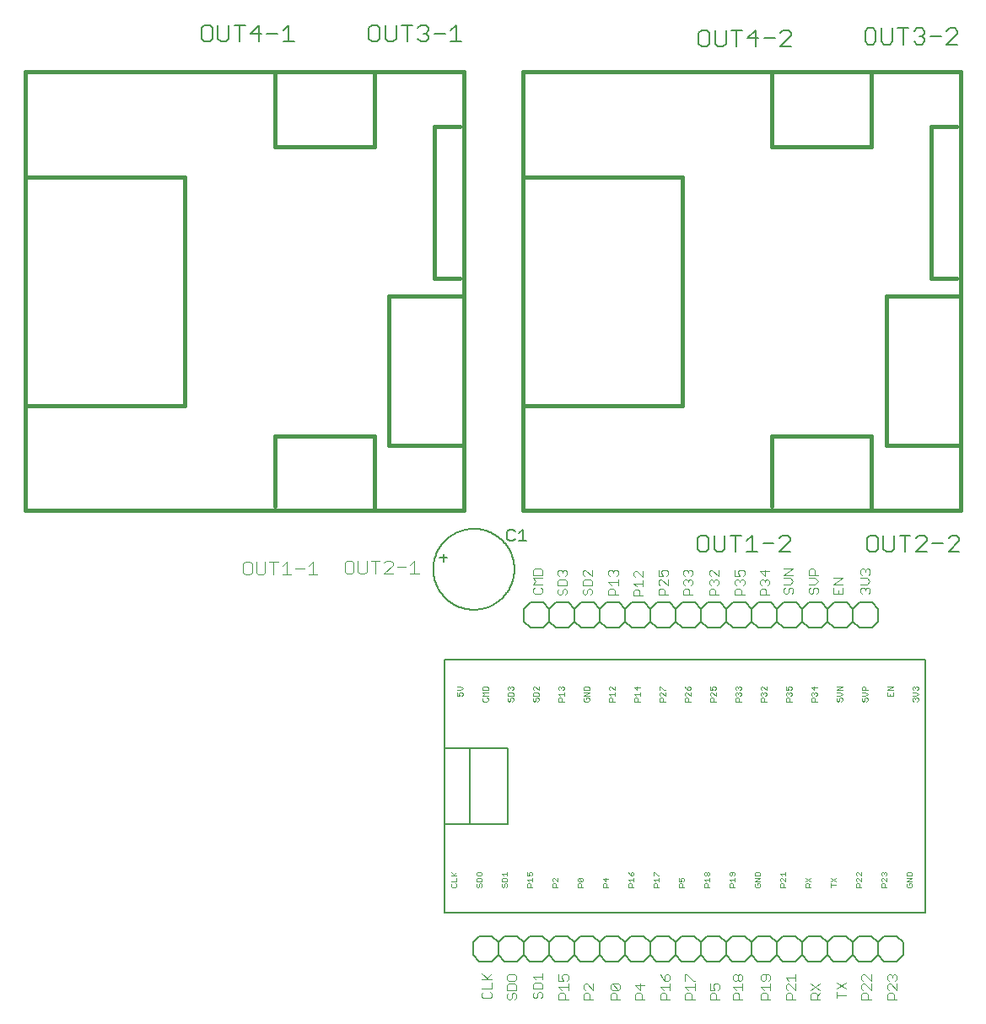
<source format=gbr>
G04 EAGLE Gerber RS-274X export*
G75*
%MOMM*%
%FSLAX34Y34*%
%LPD*%
%INSilkscreen Top*%
%IPPOS*%
%AMOC8*
5,1,8,0,0,1.08239X$1,22.5*%
G01*
%ADD10C,0.152400*%
%ADD11C,0.101600*%
%ADD12C,0.076200*%
%ADD13C,0.150000*%
%ADD14C,0.050800*%
%ADD15C,0.127000*%
%ADD16C,0.406400*%


D10*
X196897Y987032D02*
X191474Y987032D01*
X188762Y984320D01*
X188762Y973474D01*
X191474Y970762D01*
X196897Y970762D01*
X199609Y973474D01*
X199609Y984320D01*
X196897Y987032D01*
X205134Y987032D02*
X205134Y973474D01*
X207845Y970762D01*
X213269Y970762D01*
X215980Y973474D01*
X215980Y987032D01*
X226928Y987032D02*
X226928Y970762D01*
X221505Y987032D02*
X232352Y987032D01*
X246012Y987032D02*
X246012Y970762D01*
X237877Y978897D02*
X246012Y987032D01*
X248723Y978897D02*
X237877Y978897D01*
X254248Y978897D02*
X265095Y978897D01*
X270620Y981609D02*
X276043Y987032D01*
X276043Y970762D01*
X270620Y970762D02*
X281466Y970762D01*
X359474Y987032D02*
X364897Y987032D01*
X359474Y987032D02*
X356762Y984320D01*
X356762Y973474D01*
X359474Y970762D01*
X364897Y970762D01*
X367609Y973474D01*
X367609Y984320D01*
X364897Y987032D01*
X373134Y987032D02*
X373134Y973474D01*
X375845Y970762D01*
X381269Y970762D01*
X383980Y973474D01*
X383980Y987032D01*
X394928Y987032D02*
X394928Y970762D01*
X389505Y987032D02*
X400352Y987032D01*
X405877Y984320D02*
X408588Y987032D01*
X414012Y987032D01*
X416723Y984320D01*
X416723Y981609D01*
X414012Y978897D01*
X411300Y978897D01*
X414012Y978897D02*
X416723Y976185D01*
X416723Y973474D01*
X414012Y970762D01*
X408588Y970762D01*
X405877Y973474D01*
X422248Y978897D02*
X433095Y978897D01*
X438620Y981609D02*
X444043Y987032D01*
X444043Y970762D01*
X438620Y970762D02*
X449466Y970762D01*
X690474Y982032D02*
X695897Y982032D01*
X690474Y982032D02*
X687762Y979320D01*
X687762Y968474D01*
X690474Y965762D01*
X695897Y965762D01*
X698609Y968474D01*
X698609Y979320D01*
X695897Y982032D01*
X704134Y982032D02*
X704134Y968474D01*
X706845Y965762D01*
X712269Y965762D01*
X714980Y968474D01*
X714980Y982032D01*
X725928Y982032D02*
X725928Y965762D01*
X720505Y982032D02*
X731352Y982032D01*
X745012Y982032D02*
X745012Y965762D01*
X736877Y973897D02*
X745012Y982032D01*
X747723Y973897D02*
X736877Y973897D01*
X753248Y973897D02*
X764095Y973897D01*
X769620Y965762D02*
X780466Y965762D01*
X769620Y965762D02*
X780466Y976609D01*
X780466Y979320D01*
X777755Y982032D01*
X772331Y982032D01*
X769620Y979320D01*
X857474Y984032D02*
X862897Y984032D01*
X857474Y984032D02*
X854762Y981320D01*
X854762Y970474D01*
X857474Y967762D01*
X862897Y967762D01*
X865609Y970474D01*
X865609Y981320D01*
X862897Y984032D01*
X871134Y984032D02*
X871134Y970474D01*
X873845Y967762D01*
X879269Y967762D01*
X881980Y970474D01*
X881980Y984032D01*
X892928Y984032D02*
X892928Y967762D01*
X887505Y984032D02*
X898352Y984032D01*
X903877Y981320D02*
X906588Y984032D01*
X912012Y984032D01*
X914723Y981320D01*
X914723Y978609D01*
X912012Y975897D01*
X909300Y975897D01*
X912012Y975897D02*
X914723Y973185D01*
X914723Y970474D01*
X912012Y967762D01*
X906588Y967762D01*
X903877Y970474D01*
X920248Y975897D02*
X931095Y975897D01*
X936620Y967762D02*
X947466Y967762D01*
X936620Y967762D02*
X947466Y978609D01*
X947466Y981320D01*
X944755Y984032D01*
X939331Y984032D01*
X936620Y981320D01*
X694897Y475032D02*
X689474Y475032D01*
X686762Y472320D01*
X686762Y461474D01*
X689474Y458762D01*
X694897Y458762D01*
X697609Y461474D01*
X697609Y472320D01*
X694897Y475032D01*
X703134Y475032D02*
X703134Y461474D01*
X705845Y458762D01*
X711269Y458762D01*
X713980Y461474D01*
X713980Y475032D01*
X724928Y475032D02*
X724928Y458762D01*
X719505Y475032D02*
X730352Y475032D01*
X735877Y469609D02*
X741300Y475032D01*
X741300Y458762D01*
X735877Y458762D02*
X746723Y458762D01*
X752248Y466897D02*
X763095Y466897D01*
X768620Y458762D02*
X779466Y458762D01*
X768620Y458762D02*
X779466Y469609D01*
X779466Y472320D01*
X776755Y475032D01*
X771331Y475032D01*
X768620Y472320D01*
X859474Y475032D02*
X864897Y475032D01*
X859474Y475032D02*
X856762Y472320D01*
X856762Y461474D01*
X859474Y458762D01*
X864897Y458762D01*
X867609Y461474D01*
X867609Y472320D01*
X864897Y475032D01*
X873134Y475032D02*
X873134Y461474D01*
X875845Y458762D01*
X881269Y458762D01*
X883980Y461474D01*
X883980Y475032D01*
X894928Y475032D02*
X894928Y458762D01*
X889505Y475032D02*
X900352Y475032D01*
X905877Y458762D02*
X916723Y458762D01*
X905877Y458762D02*
X916723Y469609D01*
X916723Y472320D01*
X914012Y475032D01*
X908588Y475032D01*
X905877Y472320D01*
X922248Y466897D02*
X933095Y466897D01*
X938620Y458762D02*
X949466Y458762D01*
X938620Y458762D02*
X949466Y469609D01*
X949466Y472320D01*
X946755Y475032D01*
X941331Y475032D01*
X938620Y472320D01*
D11*
X339118Y449727D02*
X334711Y449727D01*
X332508Y447524D01*
X332508Y438711D01*
X334711Y436508D01*
X339118Y436508D01*
X341321Y438711D01*
X341321Y447524D01*
X339118Y449727D01*
X345605Y449727D02*
X345605Y438711D01*
X347808Y436508D01*
X352215Y436508D01*
X354418Y438711D01*
X354418Y449727D01*
X363109Y449727D02*
X363109Y436508D01*
X358703Y449727D02*
X367515Y449727D01*
X371800Y436508D02*
X380613Y436508D01*
X371800Y436508D02*
X380613Y445321D01*
X380613Y447524D01*
X378409Y449727D01*
X374003Y449727D01*
X371800Y447524D01*
X384897Y443118D02*
X393710Y443118D01*
X397994Y445321D02*
X402401Y449727D01*
X402401Y436508D01*
X406807Y436508D02*
X397994Y436508D01*
X237118Y448727D02*
X232711Y448727D01*
X230508Y446524D01*
X230508Y437711D01*
X232711Y435508D01*
X237118Y435508D01*
X239321Y437711D01*
X239321Y446524D01*
X237118Y448727D01*
X243605Y448727D02*
X243605Y437711D01*
X245808Y435508D01*
X250215Y435508D01*
X252418Y437711D01*
X252418Y448727D01*
X261109Y448727D02*
X261109Y435508D01*
X256703Y448727D02*
X265515Y448727D01*
X269800Y444321D02*
X274206Y448727D01*
X274206Y435508D01*
X269800Y435508D02*
X278613Y435508D01*
X282897Y442118D02*
X291710Y442118D01*
X295994Y444321D02*
X300401Y448727D01*
X300401Y435508D01*
X304807Y435508D02*
X295994Y435508D01*
D12*
X521213Y421084D02*
X522781Y422652D01*
X521213Y421084D02*
X521213Y417949D01*
X522781Y416381D01*
X529051Y416381D01*
X530619Y417949D01*
X530619Y421084D01*
X529051Y422652D01*
X530619Y425736D02*
X521213Y425736D01*
X524348Y428872D01*
X521213Y432007D01*
X530619Y432007D01*
X530619Y435091D02*
X521213Y435091D01*
X530619Y435091D02*
X530619Y439794D01*
X529051Y441362D01*
X522781Y441362D01*
X521213Y439794D01*
X521213Y435091D01*
X546213Y420084D02*
X547781Y421652D01*
X546213Y420084D02*
X546213Y416949D01*
X547781Y415381D01*
X549348Y415381D01*
X550916Y416949D01*
X550916Y420084D01*
X552484Y421652D01*
X554051Y421652D01*
X555619Y420084D01*
X555619Y416949D01*
X554051Y415381D01*
X555619Y424736D02*
X546213Y424736D01*
X555619Y424736D02*
X555619Y429439D01*
X554051Y431007D01*
X547781Y431007D01*
X546213Y429439D01*
X546213Y424736D01*
X547781Y434091D02*
X546213Y435659D01*
X546213Y438794D01*
X547781Y440362D01*
X549348Y440362D01*
X550916Y438794D01*
X550916Y437227D01*
X550916Y438794D02*
X552484Y440362D01*
X554051Y440362D01*
X555619Y438794D01*
X555619Y435659D01*
X554051Y434091D01*
X571213Y420084D02*
X572781Y421652D01*
X571213Y420084D02*
X571213Y416949D01*
X572781Y415381D01*
X574348Y415381D01*
X575916Y416949D01*
X575916Y420084D01*
X577484Y421652D01*
X579051Y421652D01*
X580619Y420084D01*
X580619Y416949D01*
X579051Y415381D01*
X580619Y424736D02*
X571213Y424736D01*
X580619Y424736D02*
X580619Y429439D01*
X579051Y431007D01*
X572781Y431007D01*
X571213Y429439D01*
X571213Y424736D01*
X580619Y434091D02*
X580619Y440362D01*
X580619Y434091D02*
X574348Y440362D01*
X572781Y440362D01*
X571213Y438794D01*
X571213Y435659D01*
X572781Y434091D01*
X597213Y415381D02*
X606619Y415381D01*
X597213Y415381D02*
X597213Y420084D01*
X598781Y421652D01*
X601916Y421652D01*
X603484Y420084D01*
X603484Y415381D01*
X600348Y424736D02*
X597213Y427872D01*
X606619Y427872D01*
X606619Y431007D02*
X606619Y424736D01*
X598781Y434091D02*
X597213Y435659D01*
X597213Y438794D01*
X598781Y440362D01*
X600348Y440362D01*
X601916Y438794D01*
X601916Y437227D01*
X601916Y438794D02*
X603484Y440362D01*
X605051Y440362D01*
X606619Y438794D01*
X606619Y435659D01*
X605051Y434091D01*
X622213Y414381D02*
X631619Y414381D01*
X622213Y414381D02*
X622213Y419084D01*
X623781Y420652D01*
X626916Y420652D01*
X628484Y419084D01*
X628484Y414381D01*
X625348Y423736D02*
X622213Y426872D01*
X631619Y426872D01*
X631619Y430007D02*
X631619Y423736D01*
X631619Y433091D02*
X631619Y439362D01*
X631619Y433091D02*
X625348Y439362D01*
X623781Y439362D01*
X622213Y437794D01*
X622213Y434659D01*
X623781Y433091D01*
X647213Y415381D02*
X656619Y415381D01*
X647213Y415381D02*
X647213Y420084D01*
X648781Y421652D01*
X651916Y421652D01*
X653484Y420084D01*
X653484Y415381D01*
X656619Y424736D02*
X656619Y431007D01*
X656619Y424736D02*
X650348Y431007D01*
X648781Y431007D01*
X647213Y429439D01*
X647213Y426304D01*
X648781Y424736D01*
X647213Y434091D02*
X647213Y440362D01*
X647213Y434091D02*
X651916Y434091D01*
X650348Y437227D01*
X650348Y438794D01*
X651916Y440362D01*
X655051Y440362D01*
X656619Y438794D01*
X656619Y435659D01*
X655051Y434091D01*
X672213Y415381D02*
X681619Y415381D01*
X672213Y415381D02*
X672213Y420084D01*
X673781Y421652D01*
X676916Y421652D01*
X678484Y420084D01*
X678484Y415381D01*
X673781Y424736D02*
X672213Y426304D01*
X672213Y429439D01*
X673781Y431007D01*
X675348Y431007D01*
X676916Y429439D01*
X676916Y427872D01*
X676916Y429439D02*
X678484Y431007D01*
X680051Y431007D01*
X681619Y429439D01*
X681619Y426304D01*
X680051Y424736D01*
X673781Y434091D02*
X672213Y435659D01*
X672213Y438794D01*
X673781Y440362D01*
X675348Y440362D01*
X676916Y438794D01*
X676916Y437227D01*
X676916Y438794D02*
X678484Y440362D01*
X680051Y440362D01*
X681619Y438794D01*
X681619Y435659D01*
X680051Y434091D01*
X698213Y415381D02*
X707619Y415381D01*
X698213Y415381D02*
X698213Y420084D01*
X699781Y421652D01*
X702916Y421652D01*
X704484Y420084D01*
X704484Y415381D01*
X699781Y424736D02*
X698213Y426304D01*
X698213Y429439D01*
X699781Y431007D01*
X701348Y431007D01*
X702916Y429439D01*
X702916Y427872D01*
X702916Y429439D02*
X704484Y431007D01*
X706051Y431007D01*
X707619Y429439D01*
X707619Y426304D01*
X706051Y424736D01*
X707619Y434091D02*
X707619Y440362D01*
X707619Y434091D02*
X701348Y440362D01*
X699781Y440362D01*
X698213Y438794D01*
X698213Y435659D01*
X699781Y434091D01*
X724213Y415381D02*
X733619Y415381D01*
X724213Y415381D02*
X724213Y420084D01*
X725781Y421652D01*
X728916Y421652D01*
X730484Y420084D01*
X730484Y415381D01*
X725781Y424736D02*
X724213Y426304D01*
X724213Y429439D01*
X725781Y431007D01*
X727348Y431007D01*
X728916Y429439D01*
X728916Y427872D01*
X728916Y429439D02*
X730484Y431007D01*
X732051Y431007D01*
X733619Y429439D01*
X733619Y426304D01*
X732051Y424736D01*
X724213Y434091D02*
X724213Y440362D01*
X724213Y434091D02*
X728916Y434091D01*
X727348Y437227D01*
X727348Y438794D01*
X728916Y440362D01*
X732051Y440362D01*
X733619Y438794D01*
X733619Y435659D01*
X732051Y434091D01*
X749213Y415381D02*
X758619Y415381D01*
X749213Y415381D02*
X749213Y420084D01*
X750781Y421652D01*
X753916Y421652D01*
X755484Y420084D01*
X755484Y415381D01*
X750781Y424736D02*
X749213Y426304D01*
X749213Y429439D01*
X750781Y431007D01*
X752348Y431007D01*
X753916Y429439D01*
X753916Y427872D01*
X753916Y429439D02*
X755484Y431007D01*
X757051Y431007D01*
X758619Y429439D01*
X758619Y426304D01*
X757051Y424736D01*
X758619Y438794D02*
X749213Y438794D01*
X753916Y434091D01*
X753916Y440362D01*
X773213Y421084D02*
X774781Y422652D01*
X773213Y421084D02*
X773213Y417949D01*
X774781Y416381D01*
X776348Y416381D01*
X777916Y417949D01*
X777916Y421084D01*
X779484Y422652D01*
X781051Y422652D01*
X782619Y421084D01*
X782619Y417949D01*
X781051Y416381D01*
X779484Y425736D02*
X773213Y425736D01*
X779484Y425736D02*
X782619Y428872D01*
X779484Y432007D01*
X773213Y432007D01*
X773213Y435091D02*
X782619Y435091D01*
X782619Y441362D02*
X773213Y435091D01*
X773213Y441362D02*
X782619Y441362D01*
X799781Y422652D02*
X798213Y421084D01*
X798213Y417949D01*
X799781Y416381D01*
X801348Y416381D01*
X802916Y417949D01*
X802916Y421084D01*
X804484Y422652D01*
X806051Y422652D01*
X807619Y421084D01*
X807619Y417949D01*
X806051Y416381D01*
X804484Y425736D02*
X798213Y425736D01*
X804484Y425736D02*
X807619Y428872D01*
X804484Y432007D01*
X798213Y432007D01*
X798213Y435091D02*
X807619Y435091D01*
X798213Y435091D02*
X798213Y439794D01*
X799781Y441362D01*
X802916Y441362D01*
X804484Y439794D01*
X804484Y435091D01*
X823213Y422652D02*
X823213Y416381D01*
X832619Y416381D01*
X832619Y422652D01*
X827916Y419516D02*
X827916Y416381D01*
X832619Y425736D02*
X823213Y425736D01*
X832619Y432007D01*
X823213Y432007D01*
X850213Y417949D02*
X851781Y416381D01*
X850213Y417949D02*
X850213Y421084D01*
X851781Y422652D01*
X853348Y422652D01*
X854916Y421084D01*
X854916Y419516D01*
X854916Y421084D02*
X856484Y422652D01*
X858051Y422652D01*
X859619Y421084D01*
X859619Y417949D01*
X858051Y416381D01*
X856484Y425736D02*
X850213Y425736D01*
X856484Y425736D02*
X859619Y428872D01*
X856484Y432007D01*
X850213Y432007D01*
X851781Y435091D02*
X850213Y436659D01*
X850213Y439794D01*
X851781Y441362D01*
X853348Y441362D01*
X854916Y439794D01*
X854916Y438227D01*
X854916Y439794D02*
X856484Y441362D01*
X858051Y441362D01*
X859619Y439794D01*
X859619Y436659D01*
X858051Y435091D01*
X877213Y9381D02*
X886619Y9381D01*
X877213Y9381D02*
X877213Y14084D01*
X878781Y15652D01*
X881916Y15652D01*
X883484Y14084D01*
X883484Y9381D01*
X886619Y18736D02*
X886619Y25007D01*
X886619Y18736D02*
X880348Y25007D01*
X878781Y25007D01*
X877213Y23439D01*
X877213Y20304D01*
X878781Y18736D01*
X878781Y28091D02*
X877213Y29659D01*
X877213Y32794D01*
X878781Y34362D01*
X880348Y34362D01*
X881916Y32794D01*
X881916Y31227D01*
X881916Y32794D02*
X883484Y34362D01*
X885051Y34362D01*
X886619Y32794D01*
X886619Y29659D01*
X885051Y28091D01*
X860619Y9381D02*
X851213Y9381D01*
X851213Y14084D01*
X852781Y15652D01*
X855916Y15652D01*
X857484Y14084D01*
X857484Y9381D01*
X860619Y18736D02*
X860619Y25007D01*
X860619Y18736D02*
X854348Y25007D01*
X852781Y25007D01*
X851213Y23439D01*
X851213Y20304D01*
X852781Y18736D01*
X860619Y28091D02*
X860619Y34362D01*
X860619Y28091D02*
X854348Y34362D01*
X852781Y34362D01*
X851213Y32794D01*
X851213Y29659D01*
X852781Y28091D01*
X835619Y13516D02*
X826213Y13516D01*
X826213Y10381D02*
X826213Y16652D01*
X826213Y19736D02*
X835619Y26007D01*
X835619Y19736D02*
X826213Y26007D01*
X809619Y9381D02*
X800213Y9381D01*
X800213Y14084D01*
X801781Y15652D01*
X804916Y15652D01*
X806484Y14084D01*
X806484Y9381D01*
X806484Y12516D02*
X809619Y15652D01*
X809619Y25007D02*
X800213Y18736D01*
X800213Y25007D02*
X809619Y18736D01*
X784619Y9381D02*
X775213Y9381D01*
X775213Y14084D01*
X776781Y15652D01*
X779916Y15652D01*
X781484Y14084D01*
X781484Y9381D01*
X784619Y18736D02*
X784619Y25007D01*
X784619Y18736D02*
X778348Y25007D01*
X776781Y25007D01*
X775213Y23439D01*
X775213Y20304D01*
X776781Y18736D01*
X778348Y28091D02*
X775213Y31227D01*
X784619Y31227D01*
X784619Y34362D02*
X784619Y28091D01*
X759619Y9381D02*
X750213Y9381D01*
X750213Y14084D01*
X751781Y15652D01*
X754916Y15652D01*
X756484Y14084D01*
X756484Y9381D01*
X753348Y18736D02*
X750213Y21872D01*
X759619Y21872D01*
X759619Y25007D02*
X759619Y18736D01*
X758051Y28091D02*
X759619Y29659D01*
X759619Y32794D01*
X758051Y34362D01*
X751781Y34362D01*
X750213Y32794D01*
X750213Y29659D01*
X751781Y28091D01*
X753348Y28091D01*
X754916Y29659D01*
X754916Y34362D01*
X731619Y9381D02*
X722213Y9381D01*
X722213Y14084D01*
X723781Y15652D01*
X726916Y15652D01*
X728484Y14084D01*
X728484Y9381D01*
X725348Y18736D02*
X722213Y21872D01*
X731619Y21872D01*
X731619Y25007D02*
X731619Y18736D01*
X723781Y28091D02*
X722213Y29659D01*
X722213Y32794D01*
X723781Y34362D01*
X725348Y34362D01*
X726916Y32794D01*
X728484Y34362D01*
X730051Y34362D01*
X731619Y32794D01*
X731619Y29659D01*
X730051Y28091D01*
X728484Y28091D01*
X726916Y29659D01*
X725348Y28091D01*
X723781Y28091D01*
X726916Y29659D02*
X726916Y32794D01*
X708619Y9381D02*
X699213Y9381D01*
X699213Y14084D01*
X700781Y15652D01*
X703916Y15652D01*
X705484Y14084D01*
X705484Y9381D01*
X699213Y18736D02*
X699213Y25007D01*
X699213Y18736D02*
X703916Y18736D01*
X702348Y21872D01*
X702348Y23439D01*
X703916Y25007D01*
X707051Y25007D01*
X708619Y23439D01*
X708619Y20304D01*
X707051Y18736D01*
X683619Y9381D02*
X674213Y9381D01*
X674213Y14084D01*
X675781Y15652D01*
X678916Y15652D01*
X680484Y14084D01*
X680484Y9381D01*
X677348Y18736D02*
X674213Y21872D01*
X683619Y21872D01*
X683619Y25007D02*
X683619Y18736D01*
X674213Y28091D02*
X674213Y34362D01*
X675781Y34362D01*
X682051Y28091D01*
X683619Y28091D01*
X658619Y9381D02*
X649213Y9381D01*
X649213Y14084D01*
X650781Y15652D01*
X653916Y15652D01*
X655484Y14084D01*
X655484Y9381D01*
X652348Y18736D02*
X649213Y21872D01*
X658619Y21872D01*
X658619Y25007D02*
X658619Y18736D01*
X650781Y31227D02*
X649213Y34362D01*
X650781Y31227D02*
X653916Y28091D01*
X657051Y28091D01*
X658619Y29659D01*
X658619Y32794D01*
X657051Y34362D01*
X655484Y34362D01*
X653916Y32794D01*
X653916Y28091D01*
X633619Y9381D02*
X624213Y9381D01*
X624213Y14084D01*
X625781Y15652D01*
X628916Y15652D01*
X630484Y14084D01*
X630484Y9381D01*
X633619Y23439D02*
X624213Y23439D01*
X628916Y18736D01*
X628916Y25007D01*
X608619Y9381D02*
X599213Y9381D01*
X599213Y14084D01*
X600781Y15652D01*
X603916Y15652D01*
X605484Y14084D01*
X605484Y9381D01*
X607051Y18736D02*
X600781Y18736D01*
X599213Y20304D01*
X599213Y23439D01*
X600781Y25007D01*
X607051Y25007D01*
X608619Y23439D01*
X608619Y20304D01*
X607051Y18736D01*
X600781Y25007D01*
X581619Y9381D02*
X572213Y9381D01*
X572213Y14084D01*
X573781Y15652D01*
X576916Y15652D01*
X578484Y14084D01*
X578484Y9381D01*
X581619Y18736D02*
X581619Y25007D01*
X581619Y18736D02*
X575348Y25007D01*
X573781Y25007D01*
X572213Y23439D01*
X572213Y20304D01*
X573781Y18736D01*
X556619Y9381D02*
X547213Y9381D01*
X547213Y14084D01*
X548781Y15652D01*
X551916Y15652D01*
X553484Y14084D01*
X553484Y9381D01*
X550348Y18736D02*
X547213Y21872D01*
X556619Y21872D01*
X556619Y25007D02*
X556619Y18736D01*
X547213Y28091D02*
X547213Y34362D01*
X547213Y28091D02*
X551916Y28091D01*
X550348Y31227D01*
X550348Y32794D01*
X551916Y34362D01*
X555051Y34362D01*
X556619Y32794D01*
X556619Y29659D01*
X555051Y28091D01*
X522781Y16652D02*
X521213Y15084D01*
X521213Y11949D01*
X522781Y10381D01*
X524348Y10381D01*
X525916Y11949D01*
X525916Y15084D01*
X527484Y16652D01*
X529051Y16652D01*
X530619Y15084D01*
X530619Y11949D01*
X529051Y10381D01*
X530619Y19736D02*
X521213Y19736D01*
X530619Y19736D02*
X530619Y24439D01*
X529051Y26007D01*
X522781Y26007D01*
X521213Y24439D01*
X521213Y19736D01*
X524348Y29091D02*
X521213Y32227D01*
X530619Y32227D01*
X530619Y35362D02*
X530619Y29091D01*
X496781Y15652D02*
X495213Y14084D01*
X495213Y10949D01*
X496781Y9381D01*
X498348Y9381D01*
X499916Y10949D01*
X499916Y14084D01*
X501484Y15652D01*
X503051Y15652D01*
X504619Y14084D01*
X504619Y10949D01*
X503051Y9381D01*
X504619Y18736D02*
X495213Y18736D01*
X504619Y18736D02*
X504619Y23439D01*
X503051Y25007D01*
X496781Y25007D01*
X495213Y23439D01*
X495213Y18736D01*
X495213Y29659D02*
X495213Y32794D01*
X495213Y29659D02*
X496781Y28091D01*
X503051Y28091D01*
X504619Y29659D01*
X504619Y32794D01*
X503051Y34362D01*
X496781Y34362D01*
X495213Y32794D01*
X471781Y16652D02*
X470213Y15084D01*
X470213Y11949D01*
X471781Y10381D01*
X478051Y10381D01*
X479619Y11949D01*
X479619Y15084D01*
X478051Y16652D01*
X479619Y19736D02*
X470213Y19736D01*
X479619Y19736D02*
X479619Y26007D01*
X479619Y29091D02*
X470213Y29091D01*
X476484Y29091D02*
X470213Y35362D01*
X474916Y30659D02*
X479619Y35362D01*
D13*
X432300Y350300D02*
X914900Y350300D01*
X914900Y96300D01*
X432300Y96300D01*
X432300Y350300D01*
X432300Y261400D02*
X457700Y261400D01*
X457700Y185200D01*
X432300Y185200D01*
X457700Y185200D02*
X495800Y185200D01*
X495800Y261400D01*
X457700Y261400D01*
D14*
X440085Y125683D02*
X439153Y124750D01*
X439153Y122886D01*
X440085Y121954D01*
X443814Y121954D01*
X444746Y122886D01*
X444746Y124750D01*
X443814Y125683D01*
X444746Y127567D02*
X439153Y127567D01*
X444746Y127567D02*
X444746Y131296D01*
X444746Y133180D02*
X439153Y133180D01*
X442882Y133180D02*
X439153Y136909D01*
X441950Y134112D02*
X444746Y136909D01*
X464553Y124750D02*
X465485Y125683D01*
X464553Y124750D02*
X464553Y122886D01*
X465485Y121954D01*
X466418Y121954D01*
X467350Y122886D01*
X467350Y124750D01*
X468282Y125683D01*
X469214Y125683D01*
X470146Y124750D01*
X470146Y122886D01*
X469214Y121954D01*
X470146Y127567D02*
X464553Y127567D01*
X470146Y127567D02*
X470146Y130363D01*
X469214Y131296D01*
X465485Y131296D01*
X464553Y130363D01*
X464553Y127567D01*
X464553Y134112D02*
X464553Y135977D01*
X464553Y134112D02*
X465485Y133180D01*
X469214Y133180D01*
X470146Y134112D01*
X470146Y135977D01*
X469214Y136909D01*
X465485Y136909D01*
X464553Y135977D01*
X489953Y124750D02*
X490885Y125683D01*
X489953Y124750D02*
X489953Y122886D01*
X490885Y121954D01*
X491818Y121954D01*
X492750Y122886D01*
X492750Y124750D01*
X493682Y125683D01*
X494614Y125683D01*
X495546Y124750D01*
X495546Y122886D01*
X494614Y121954D01*
X495546Y127567D02*
X489953Y127567D01*
X495546Y127567D02*
X495546Y130363D01*
X494614Y131296D01*
X490885Y131296D01*
X489953Y130363D01*
X489953Y127567D01*
X491818Y133180D02*
X489953Y135044D01*
X495546Y135044D01*
X495546Y133180D02*
X495546Y136909D01*
X515353Y121954D02*
X520946Y121954D01*
X515353Y121954D02*
X515353Y124750D01*
X516285Y125683D01*
X518150Y125683D01*
X519082Y124750D01*
X519082Y121954D01*
X517218Y127567D02*
X515353Y129431D01*
X520946Y129431D01*
X520946Y127567D02*
X520946Y131296D01*
X515353Y133180D02*
X515353Y136909D01*
X515353Y133180D02*
X518150Y133180D01*
X517218Y135044D01*
X517218Y135977D01*
X518150Y136909D01*
X520014Y136909D01*
X520946Y135977D01*
X520946Y134112D01*
X520014Y133180D01*
X540753Y121954D02*
X546346Y121954D01*
X540753Y121954D02*
X540753Y124750D01*
X541685Y125683D01*
X543550Y125683D01*
X544482Y124750D01*
X544482Y121954D01*
X546346Y127567D02*
X546346Y131296D01*
X542618Y131296D02*
X546346Y127567D01*
X542618Y131296D02*
X541685Y131296D01*
X540753Y130363D01*
X540753Y128499D01*
X541685Y127567D01*
X566153Y121954D02*
X571746Y121954D01*
X566153Y121954D02*
X566153Y124750D01*
X567085Y125683D01*
X568950Y125683D01*
X569882Y124750D01*
X569882Y121954D01*
X570814Y127567D02*
X567085Y127567D01*
X566153Y128499D01*
X566153Y130363D01*
X567085Y131296D01*
X570814Y131296D01*
X571746Y130363D01*
X571746Y128499D01*
X570814Y127567D01*
X567085Y131296D01*
X591553Y121954D02*
X597146Y121954D01*
X591553Y121954D02*
X591553Y124750D01*
X592485Y125683D01*
X594350Y125683D01*
X595282Y124750D01*
X595282Y121954D01*
X597146Y130363D02*
X591553Y130363D01*
X594350Y127567D01*
X594350Y131296D01*
X616953Y121954D02*
X622546Y121954D01*
X616953Y121954D02*
X616953Y124750D01*
X617885Y125683D01*
X619750Y125683D01*
X620682Y124750D01*
X620682Y121954D01*
X618818Y127567D02*
X616953Y129431D01*
X622546Y129431D01*
X622546Y127567D02*
X622546Y131296D01*
X617885Y135044D02*
X616953Y136909D01*
X617885Y135044D02*
X619750Y133180D01*
X621614Y133180D01*
X622546Y134112D01*
X622546Y135977D01*
X621614Y136909D01*
X620682Y136909D01*
X619750Y135977D01*
X619750Y133180D01*
X642353Y121954D02*
X647946Y121954D01*
X642353Y121954D02*
X642353Y124750D01*
X643285Y125683D01*
X645150Y125683D01*
X646082Y124750D01*
X646082Y121954D01*
X644218Y127567D02*
X642353Y129431D01*
X647946Y129431D01*
X647946Y127567D02*
X647946Y131296D01*
X642353Y133180D02*
X642353Y136909D01*
X643285Y136909D01*
X647014Y133180D01*
X647946Y133180D01*
X667753Y121954D02*
X673346Y121954D01*
X667753Y121954D02*
X667753Y124750D01*
X668685Y125683D01*
X670550Y125683D01*
X671482Y124750D01*
X671482Y121954D01*
X667753Y127567D02*
X667753Y131296D01*
X667753Y127567D02*
X670550Y127567D01*
X669618Y129431D01*
X669618Y130363D01*
X670550Y131296D01*
X672414Y131296D01*
X673346Y130363D01*
X673346Y128499D01*
X672414Y127567D01*
X693153Y121954D02*
X698746Y121954D01*
X693153Y121954D02*
X693153Y124750D01*
X694085Y125683D01*
X695950Y125683D01*
X696882Y124750D01*
X696882Y121954D01*
X695018Y127567D02*
X693153Y129431D01*
X698746Y129431D01*
X698746Y127567D02*
X698746Y131296D01*
X694085Y133180D02*
X693153Y134112D01*
X693153Y135977D01*
X694085Y136909D01*
X695018Y136909D01*
X695950Y135977D01*
X696882Y136909D01*
X697814Y136909D01*
X698746Y135977D01*
X698746Y134112D01*
X697814Y133180D01*
X696882Y133180D01*
X695950Y134112D01*
X695018Y133180D01*
X694085Y133180D01*
X695950Y134112D02*
X695950Y135977D01*
X718553Y121954D02*
X724146Y121954D01*
X718553Y121954D02*
X718553Y124750D01*
X719485Y125683D01*
X721350Y125683D01*
X722282Y124750D01*
X722282Y121954D01*
X720418Y127567D02*
X718553Y129431D01*
X724146Y129431D01*
X724146Y127567D02*
X724146Y131296D01*
X723214Y133180D02*
X724146Y134112D01*
X724146Y135977D01*
X723214Y136909D01*
X719485Y136909D01*
X718553Y135977D01*
X718553Y134112D01*
X719485Y133180D01*
X720418Y133180D01*
X721350Y134112D01*
X721350Y136909D01*
X743953Y124750D02*
X744885Y125683D01*
X743953Y124750D02*
X743953Y122886D01*
X744885Y121954D01*
X748614Y121954D01*
X749546Y122886D01*
X749546Y124750D01*
X748614Y125683D01*
X746750Y125683D01*
X746750Y123818D01*
X749546Y127567D02*
X743953Y127567D01*
X749546Y131296D01*
X743953Y131296D01*
X743953Y133180D02*
X749546Y133180D01*
X749546Y135977D01*
X748614Y136909D01*
X744885Y136909D01*
X743953Y135977D01*
X743953Y133180D01*
X769353Y121954D02*
X774946Y121954D01*
X769353Y121954D02*
X769353Y124750D01*
X770285Y125683D01*
X772150Y125683D01*
X773082Y124750D01*
X773082Y121954D01*
X774946Y127567D02*
X774946Y131296D01*
X771218Y131296D02*
X774946Y127567D01*
X771218Y131296D02*
X770285Y131296D01*
X769353Y130363D01*
X769353Y128499D01*
X770285Y127567D01*
X771218Y133180D02*
X769353Y135044D01*
X774946Y135044D01*
X774946Y133180D02*
X774946Y136909D01*
X794753Y121954D02*
X800346Y121954D01*
X794753Y121954D02*
X794753Y124750D01*
X795685Y125683D01*
X797550Y125683D01*
X798482Y124750D01*
X798482Y121954D01*
X798482Y123818D02*
X800346Y125683D01*
X800346Y131296D02*
X794753Y127567D01*
X794753Y131296D02*
X800346Y127567D01*
X820153Y123818D02*
X825746Y123818D01*
X820153Y121954D02*
X820153Y125683D01*
X820153Y127567D02*
X825746Y131296D01*
X825746Y127567D02*
X820153Y131296D01*
X845553Y121954D02*
X851146Y121954D01*
X845553Y121954D02*
X845553Y124750D01*
X846485Y125683D01*
X848350Y125683D01*
X849282Y124750D01*
X849282Y121954D01*
X851146Y127567D02*
X851146Y131296D01*
X847418Y131296D02*
X851146Y127567D01*
X847418Y131296D02*
X846485Y131296D01*
X845553Y130363D01*
X845553Y128499D01*
X846485Y127567D01*
X851146Y133180D02*
X851146Y136909D01*
X847418Y136909D02*
X851146Y133180D01*
X847418Y136909D02*
X846485Y136909D01*
X845553Y135977D01*
X845553Y134112D01*
X846485Y133180D01*
X870953Y121954D02*
X876546Y121954D01*
X870953Y121954D02*
X870953Y124750D01*
X871885Y125683D01*
X873750Y125683D01*
X874682Y124750D01*
X874682Y121954D01*
X876546Y127567D02*
X876546Y131296D01*
X872818Y131296D02*
X876546Y127567D01*
X872818Y131296D02*
X871885Y131296D01*
X870953Y130363D01*
X870953Y128499D01*
X871885Y127567D01*
X871885Y133180D02*
X870953Y134112D01*
X870953Y135977D01*
X871885Y136909D01*
X872818Y136909D01*
X873750Y135977D01*
X873750Y135044D01*
X873750Y135977D02*
X874682Y136909D01*
X875614Y136909D01*
X876546Y135977D01*
X876546Y134112D01*
X875614Y133180D01*
X896353Y124750D02*
X897285Y125683D01*
X896353Y124750D02*
X896353Y122886D01*
X897285Y121954D01*
X901014Y121954D01*
X901946Y122886D01*
X901946Y124750D01*
X901014Y125683D01*
X899150Y125683D01*
X899150Y123818D01*
X901946Y127567D02*
X896353Y127567D01*
X901946Y131296D01*
X896353Y131296D01*
X896353Y133180D02*
X901946Y133180D01*
X901946Y135977D01*
X901014Y136909D01*
X897285Y136909D01*
X896353Y135977D01*
X896353Y133180D01*
X903381Y308315D02*
X902449Y309247D01*
X902449Y311111D01*
X903381Y312043D01*
X904314Y312043D01*
X905246Y311111D01*
X905246Y310179D01*
X905246Y311111D02*
X906178Y312043D01*
X907110Y312043D01*
X908042Y311111D01*
X908042Y309247D01*
X907110Y308315D01*
X906178Y313928D02*
X902449Y313928D01*
X906178Y313928D02*
X908042Y315792D01*
X906178Y317656D01*
X902449Y317656D01*
X903381Y319541D02*
X902449Y320473D01*
X902449Y322337D01*
X903381Y323269D01*
X904314Y323269D01*
X905246Y322337D01*
X905246Y321405D01*
X905246Y322337D02*
X906178Y323269D01*
X907110Y323269D01*
X908042Y322337D01*
X908042Y320473D01*
X907110Y319541D01*
X877049Y317656D02*
X877049Y313928D01*
X882642Y313928D01*
X882642Y317656D01*
X879846Y315792D02*
X879846Y313928D01*
X882642Y319541D02*
X877049Y319541D01*
X882642Y323269D01*
X877049Y323269D01*
X852581Y312043D02*
X851649Y311111D01*
X851649Y309247D01*
X852581Y308315D01*
X853514Y308315D01*
X854446Y309247D01*
X854446Y311111D01*
X855378Y312043D01*
X856310Y312043D01*
X857242Y311111D01*
X857242Y309247D01*
X856310Y308315D01*
X855378Y313928D02*
X851649Y313928D01*
X855378Y313928D02*
X857242Y315792D01*
X855378Y317656D01*
X851649Y317656D01*
X851649Y319541D02*
X857242Y319541D01*
X851649Y319541D02*
X851649Y322337D01*
X852581Y323269D01*
X854446Y323269D01*
X855378Y322337D01*
X855378Y319541D01*
X827181Y312043D02*
X826249Y311111D01*
X826249Y309247D01*
X827181Y308315D01*
X828114Y308315D01*
X829046Y309247D01*
X829046Y311111D01*
X829978Y312043D01*
X830910Y312043D01*
X831842Y311111D01*
X831842Y309247D01*
X830910Y308315D01*
X829978Y313928D02*
X826249Y313928D01*
X829978Y313928D02*
X831842Y315792D01*
X829978Y317656D01*
X826249Y317656D01*
X826249Y319541D02*
X831842Y319541D01*
X831842Y323269D02*
X826249Y319541D01*
X826249Y323269D02*
X831842Y323269D01*
X806442Y308315D02*
X800849Y308315D01*
X800849Y311111D01*
X801781Y312043D01*
X803646Y312043D01*
X804578Y311111D01*
X804578Y308315D01*
X801781Y313928D02*
X800849Y314860D01*
X800849Y316724D01*
X801781Y317656D01*
X802714Y317656D01*
X803646Y316724D01*
X803646Y315792D01*
X803646Y316724D02*
X804578Y317656D01*
X805510Y317656D01*
X806442Y316724D01*
X806442Y314860D01*
X805510Y313928D01*
X806442Y322337D02*
X800849Y322337D01*
X803646Y319541D01*
X803646Y323269D01*
X781042Y308315D02*
X775449Y308315D01*
X775449Y311111D01*
X776381Y312043D01*
X778246Y312043D01*
X779178Y311111D01*
X779178Y308315D01*
X776381Y313928D02*
X775449Y314860D01*
X775449Y316724D01*
X776381Y317656D01*
X777314Y317656D01*
X778246Y316724D01*
X778246Y315792D01*
X778246Y316724D02*
X779178Y317656D01*
X780110Y317656D01*
X781042Y316724D01*
X781042Y314860D01*
X780110Y313928D01*
X775449Y319541D02*
X775449Y323269D01*
X775449Y319541D02*
X778246Y319541D01*
X777314Y321405D01*
X777314Y322337D01*
X778246Y323269D01*
X780110Y323269D01*
X781042Y322337D01*
X781042Y320473D01*
X780110Y319541D01*
X755642Y308315D02*
X750049Y308315D01*
X750049Y311111D01*
X750981Y312043D01*
X752846Y312043D01*
X753778Y311111D01*
X753778Y308315D01*
X750981Y313928D02*
X750049Y314860D01*
X750049Y316724D01*
X750981Y317656D01*
X751914Y317656D01*
X752846Y316724D01*
X752846Y315792D01*
X752846Y316724D02*
X753778Y317656D01*
X754710Y317656D01*
X755642Y316724D01*
X755642Y314860D01*
X754710Y313928D01*
X755642Y319541D02*
X755642Y323269D01*
X755642Y319541D02*
X751914Y323269D01*
X750981Y323269D01*
X750049Y322337D01*
X750049Y320473D01*
X750981Y319541D01*
X730242Y308315D02*
X724649Y308315D01*
X724649Y311111D01*
X725581Y312043D01*
X727446Y312043D01*
X728378Y311111D01*
X728378Y308315D01*
X725581Y313928D02*
X724649Y314860D01*
X724649Y316724D01*
X725581Y317656D01*
X726514Y317656D01*
X727446Y316724D01*
X727446Y315792D01*
X727446Y316724D02*
X728378Y317656D01*
X729310Y317656D01*
X730242Y316724D01*
X730242Y314860D01*
X729310Y313928D01*
X725581Y319541D02*
X724649Y320473D01*
X724649Y322337D01*
X725581Y323269D01*
X726514Y323269D01*
X727446Y322337D01*
X727446Y321405D01*
X727446Y322337D02*
X728378Y323269D01*
X729310Y323269D01*
X730242Y322337D01*
X730242Y320473D01*
X729310Y319541D01*
X704842Y308315D02*
X699249Y308315D01*
X699249Y311111D01*
X700181Y312043D01*
X702046Y312043D01*
X702978Y311111D01*
X702978Y308315D01*
X704842Y313928D02*
X704842Y317656D01*
X704842Y313928D02*
X701114Y317656D01*
X700181Y317656D01*
X699249Y316724D01*
X699249Y314860D01*
X700181Y313928D01*
X699249Y319541D02*
X699249Y323269D01*
X699249Y319541D02*
X702046Y319541D01*
X701114Y321405D01*
X701114Y322337D01*
X702046Y323269D01*
X703910Y323269D01*
X704842Y322337D01*
X704842Y320473D01*
X703910Y319541D01*
X679442Y308315D02*
X673849Y308315D01*
X673849Y311111D01*
X674781Y312043D01*
X676646Y312043D01*
X677578Y311111D01*
X677578Y308315D01*
X679442Y313928D02*
X679442Y317656D01*
X679442Y313928D02*
X675714Y317656D01*
X674781Y317656D01*
X673849Y316724D01*
X673849Y314860D01*
X674781Y313928D01*
X674781Y321405D02*
X673849Y323269D01*
X674781Y321405D02*
X676646Y319541D01*
X678510Y319541D01*
X679442Y320473D01*
X679442Y322337D01*
X678510Y323269D01*
X677578Y323269D01*
X676646Y322337D01*
X676646Y319541D01*
X654042Y308315D02*
X648449Y308315D01*
X648449Y311111D01*
X649381Y312043D01*
X651246Y312043D01*
X652178Y311111D01*
X652178Y308315D01*
X654042Y313928D02*
X654042Y317656D01*
X654042Y313928D02*
X650314Y317656D01*
X649381Y317656D01*
X648449Y316724D01*
X648449Y314860D01*
X649381Y313928D01*
X648449Y319541D02*
X648449Y323269D01*
X649381Y323269D01*
X653110Y319541D01*
X654042Y319541D01*
X628642Y308315D02*
X623049Y308315D01*
X623049Y311111D01*
X623981Y312043D01*
X625846Y312043D01*
X626778Y311111D01*
X626778Y308315D01*
X624914Y313928D02*
X623049Y315792D01*
X628642Y315792D01*
X628642Y313928D02*
X628642Y317656D01*
X628642Y322337D02*
X623049Y322337D01*
X625846Y319541D01*
X625846Y323269D01*
X603242Y308315D02*
X597649Y308315D01*
X597649Y311111D01*
X598581Y312043D01*
X600446Y312043D01*
X601378Y311111D01*
X601378Y308315D01*
X599514Y313928D02*
X597649Y315792D01*
X603242Y315792D01*
X603242Y313928D02*
X603242Y317656D01*
X603242Y319541D02*
X603242Y323269D01*
X603242Y319541D02*
X599514Y323269D01*
X598581Y323269D01*
X597649Y322337D01*
X597649Y320473D01*
X598581Y319541D01*
X573181Y312043D02*
X572249Y311111D01*
X572249Y309247D01*
X573181Y308315D01*
X576910Y308315D01*
X577842Y309247D01*
X577842Y311111D01*
X576910Y312043D01*
X575046Y312043D01*
X575046Y310179D01*
X577842Y313928D02*
X572249Y313928D01*
X577842Y317656D01*
X572249Y317656D01*
X572249Y319541D02*
X577842Y319541D01*
X577842Y322337D01*
X576910Y323269D01*
X573181Y323269D01*
X572249Y322337D01*
X572249Y319541D01*
X552442Y308315D02*
X546849Y308315D01*
X546849Y311111D01*
X547781Y312043D01*
X549646Y312043D01*
X550578Y311111D01*
X550578Y308315D01*
X548714Y313928D02*
X546849Y315792D01*
X552442Y315792D01*
X552442Y313928D02*
X552442Y317656D01*
X547781Y319541D02*
X546849Y320473D01*
X546849Y322337D01*
X547781Y323269D01*
X548714Y323269D01*
X549646Y322337D01*
X549646Y321405D01*
X549646Y322337D02*
X550578Y323269D01*
X551510Y323269D01*
X552442Y322337D01*
X552442Y320473D01*
X551510Y319541D01*
X522381Y312043D02*
X521449Y311111D01*
X521449Y309247D01*
X522381Y308315D01*
X523314Y308315D01*
X524246Y309247D01*
X524246Y311111D01*
X525178Y312043D01*
X526110Y312043D01*
X527042Y311111D01*
X527042Y309247D01*
X526110Y308315D01*
X527042Y313928D02*
X521449Y313928D01*
X527042Y313928D02*
X527042Y316724D01*
X526110Y317656D01*
X522381Y317656D01*
X521449Y316724D01*
X521449Y313928D01*
X527042Y319541D02*
X527042Y323269D01*
X527042Y319541D02*
X523314Y323269D01*
X522381Y323269D01*
X521449Y322337D01*
X521449Y320473D01*
X522381Y319541D01*
X496981Y312043D02*
X496049Y311111D01*
X496049Y309247D01*
X496981Y308315D01*
X497914Y308315D01*
X498846Y309247D01*
X498846Y311111D01*
X499778Y312043D01*
X500710Y312043D01*
X501642Y311111D01*
X501642Y309247D01*
X500710Y308315D01*
X501642Y313928D02*
X496049Y313928D01*
X501642Y313928D02*
X501642Y316724D01*
X500710Y317656D01*
X496981Y317656D01*
X496049Y316724D01*
X496049Y313928D01*
X496981Y319541D02*
X496049Y320473D01*
X496049Y322337D01*
X496981Y323269D01*
X497914Y323269D01*
X498846Y322337D01*
X498846Y321405D01*
X498846Y322337D02*
X499778Y323269D01*
X500710Y323269D01*
X501642Y322337D01*
X501642Y320473D01*
X500710Y319541D01*
X471581Y312043D02*
X470649Y311111D01*
X470649Y309247D01*
X471581Y308315D01*
X475310Y308315D01*
X476242Y309247D01*
X476242Y311111D01*
X475310Y312043D01*
X476242Y313928D02*
X470649Y313928D01*
X472514Y315792D01*
X470649Y317656D01*
X476242Y317656D01*
X476242Y319541D02*
X470649Y319541D01*
X476242Y319541D02*
X476242Y322337D01*
X475310Y323269D01*
X471581Y323269D01*
X470649Y322337D01*
X470649Y319541D01*
X445249Y317656D02*
X445249Y313928D01*
X448046Y313928D01*
X447114Y315792D01*
X447114Y316724D01*
X448046Y317656D01*
X449910Y317656D01*
X450842Y316724D01*
X450842Y314860D01*
X449910Y313928D01*
X448978Y319541D02*
X445249Y319541D01*
X448978Y319541D02*
X450842Y321405D01*
X448978Y323269D01*
X445249Y323269D01*
D10*
X435330Y452430D02*
X427710Y452430D01*
X431520Y448620D02*
X431520Y456240D01*
X421360Y441000D02*
X421372Y441997D01*
X421409Y442994D01*
X421470Y443990D01*
X421556Y444983D01*
X421666Y445975D01*
X421800Y446963D01*
X421958Y447948D01*
X422141Y448928D01*
X422347Y449904D01*
X422578Y450875D01*
X422832Y451839D01*
X423110Y452797D01*
X423411Y453748D01*
X423736Y454691D01*
X424083Y455626D01*
X424454Y456552D01*
X424847Y457469D01*
X425262Y458376D01*
X425699Y459272D01*
X426159Y460158D01*
X426640Y461031D01*
X427142Y461893D01*
X427665Y462742D01*
X428209Y463578D01*
X428773Y464401D01*
X429358Y465209D01*
X429962Y466003D01*
X430585Y466782D01*
X431227Y467545D01*
X431888Y468292D01*
X432567Y469023D01*
X433263Y469737D01*
X433977Y470433D01*
X434708Y471112D01*
X435455Y471773D01*
X436218Y472415D01*
X436997Y473038D01*
X437791Y473642D01*
X438599Y474227D01*
X439422Y474791D01*
X440258Y475335D01*
X441107Y475858D01*
X441969Y476360D01*
X442842Y476841D01*
X443728Y477301D01*
X444624Y477738D01*
X445531Y478153D01*
X446448Y478546D01*
X447374Y478917D01*
X448309Y479264D01*
X449252Y479589D01*
X450203Y479890D01*
X451161Y480168D01*
X452125Y480422D01*
X453096Y480653D01*
X454072Y480859D01*
X455052Y481042D01*
X456037Y481200D01*
X457025Y481334D01*
X458017Y481444D01*
X459010Y481530D01*
X460006Y481591D01*
X461003Y481628D01*
X462000Y481640D01*
X462997Y481628D01*
X463994Y481591D01*
X464990Y481530D01*
X465983Y481444D01*
X466975Y481334D01*
X467963Y481200D01*
X468948Y481042D01*
X469928Y480859D01*
X470904Y480653D01*
X471875Y480422D01*
X472839Y480168D01*
X473797Y479890D01*
X474748Y479589D01*
X475691Y479264D01*
X476626Y478917D01*
X477552Y478546D01*
X478469Y478153D01*
X479376Y477738D01*
X480272Y477301D01*
X481158Y476841D01*
X482031Y476360D01*
X482893Y475858D01*
X483742Y475335D01*
X484578Y474791D01*
X485401Y474227D01*
X486209Y473642D01*
X487003Y473038D01*
X487782Y472415D01*
X488545Y471773D01*
X489292Y471112D01*
X490023Y470433D01*
X490737Y469737D01*
X491433Y469023D01*
X492112Y468292D01*
X492773Y467545D01*
X493415Y466782D01*
X494038Y466003D01*
X494642Y465209D01*
X495227Y464401D01*
X495791Y463578D01*
X496335Y462742D01*
X496858Y461893D01*
X497360Y461031D01*
X497841Y460158D01*
X498301Y459272D01*
X498738Y458376D01*
X499153Y457469D01*
X499546Y456552D01*
X499917Y455626D01*
X500264Y454691D01*
X500589Y453748D01*
X500890Y452797D01*
X501168Y451839D01*
X501422Y450875D01*
X501653Y449904D01*
X501859Y448928D01*
X502042Y447948D01*
X502200Y446963D01*
X502334Y445975D01*
X502444Y444983D01*
X502530Y443990D01*
X502591Y442994D01*
X502628Y441997D01*
X502640Y441000D01*
X502628Y440003D01*
X502591Y439006D01*
X502530Y438010D01*
X502444Y437017D01*
X502334Y436025D01*
X502200Y435037D01*
X502042Y434052D01*
X501859Y433072D01*
X501653Y432096D01*
X501422Y431125D01*
X501168Y430161D01*
X500890Y429203D01*
X500589Y428252D01*
X500264Y427309D01*
X499917Y426374D01*
X499546Y425448D01*
X499153Y424531D01*
X498738Y423624D01*
X498301Y422728D01*
X497841Y421842D01*
X497360Y420969D01*
X496858Y420107D01*
X496335Y419258D01*
X495791Y418422D01*
X495227Y417599D01*
X494642Y416791D01*
X494038Y415997D01*
X493415Y415218D01*
X492773Y414455D01*
X492112Y413708D01*
X491433Y412977D01*
X490737Y412263D01*
X490023Y411567D01*
X489292Y410888D01*
X488545Y410227D01*
X487782Y409585D01*
X487003Y408962D01*
X486209Y408358D01*
X485401Y407773D01*
X484578Y407209D01*
X483742Y406665D01*
X482893Y406142D01*
X482031Y405640D01*
X481158Y405159D01*
X480272Y404699D01*
X479376Y404262D01*
X478469Y403847D01*
X477552Y403454D01*
X476626Y403083D01*
X475691Y402736D01*
X474748Y402411D01*
X473797Y402110D01*
X472839Y401832D01*
X471875Y401578D01*
X470904Y401347D01*
X469928Y401141D01*
X468948Y400958D01*
X467963Y400800D01*
X466975Y400666D01*
X465983Y400556D01*
X464990Y400470D01*
X463994Y400409D01*
X462997Y400372D01*
X462000Y400360D01*
X461003Y400372D01*
X460006Y400409D01*
X459010Y400470D01*
X458017Y400556D01*
X457025Y400666D01*
X456037Y400800D01*
X455052Y400958D01*
X454072Y401141D01*
X453096Y401347D01*
X452125Y401578D01*
X451161Y401832D01*
X450203Y402110D01*
X449252Y402411D01*
X448309Y402736D01*
X447374Y403083D01*
X446448Y403454D01*
X445531Y403847D01*
X444624Y404262D01*
X443728Y404699D01*
X442842Y405159D01*
X441969Y405640D01*
X441107Y406142D01*
X440258Y406665D01*
X439422Y407209D01*
X438599Y407773D01*
X437791Y408358D01*
X436997Y408962D01*
X436218Y409585D01*
X435455Y410227D01*
X434708Y410888D01*
X433977Y411567D01*
X433263Y412263D01*
X432567Y412977D01*
X431888Y413708D01*
X431227Y414455D01*
X430585Y415218D01*
X429962Y415997D01*
X429358Y416791D01*
X428773Y417599D01*
X428209Y418422D01*
X427665Y419258D01*
X427142Y420107D01*
X426640Y420969D01*
X426159Y421842D01*
X425699Y422728D01*
X425262Y423624D01*
X424847Y424531D01*
X424454Y425448D01*
X424083Y426374D01*
X423736Y427309D01*
X423411Y428252D01*
X423110Y429203D01*
X422832Y430161D01*
X422578Y431125D01*
X422347Y432096D01*
X422141Y433072D01*
X421958Y434052D01*
X421800Y435037D01*
X421666Y436025D01*
X421556Y437017D01*
X421470Y438010D01*
X421409Y439006D01*
X421372Y440003D01*
X421360Y441000D01*
D15*
X501375Y481015D02*
X503282Y479108D01*
X501375Y481015D02*
X497562Y481015D01*
X495655Y479108D01*
X495655Y471482D01*
X497562Y469575D01*
X501375Y469575D01*
X503282Y471482D01*
X507349Y477202D02*
X511162Y481015D01*
X511162Y469575D01*
X507349Y469575D02*
X514975Y469575D01*
D16*
X12000Y500000D02*
X12000Y605000D01*
X12000Y835000D01*
X12000Y940000D01*
X262000Y940000D01*
X362000Y940000D01*
X452000Y940000D01*
X452000Y715000D01*
X452000Y565000D01*
X452000Y500000D01*
X362000Y500000D01*
X12000Y500000D01*
X12000Y835000D02*
X172000Y835000D01*
X172000Y605000D01*
X12000Y605000D01*
X362000Y865000D02*
X362000Y940000D01*
X362000Y865000D02*
X262000Y865000D01*
X262000Y940000D01*
X377000Y565000D02*
X452000Y565000D01*
X377000Y565000D02*
X377000Y715000D01*
X452000Y715000D01*
X362000Y575000D02*
X362000Y500000D01*
X362000Y575000D02*
X262000Y575000D01*
X262000Y504100D01*
X422500Y732700D02*
X447900Y732700D01*
X422500Y732700D02*
X422500Y885100D01*
X447900Y885100D01*
X511000Y605000D02*
X511000Y500000D01*
X511000Y605000D02*
X511000Y835000D01*
X511000Y940000D01*
X761000Y940000D01*
X861000Y940000D01*
X951000Y940000D01*
X951000Y715000D01*
X951000Y565000D01*
X951000Y500000D01*
X861000Y500000D01*
X511000Y500000D01*
X511000Y835000D02*
X671000Y835000D01*
X671000Y605000D01*
X511000Y605000D01*
X861000Y865000D02*
X861000Y940000D01*
X861000Y865000D02*
X761000Y865000D01*
X761000Y940000D01*
X876000Y565000D02*
X951000Y565000D01*
X876000Y565000D02*
X876000Y715000D01*
X951000Y715000D01*
X861000Y575000D02*
X861000Y500000D01*
X861000Y575000D02*
X761000Y575000D01*
X761000Y504100D01*
X921500Y732700D02*
X946900Y732700D01*
X921500Y732700D02*
X921500Y885100D01*
X946900Y885100D01*
D10*
X836050Y407700D02*
X823350Y407700D01*
X836050Y407700D02*
X842400Y401350D01*
X842400Y388650D01*
X836050Y382300D01*
X797950Y407700D02*
X791600Y401350D01*
X797950Y407700D02*
X810650Y407700D01*
X817000Y401350D01*
X817000Y388650D01*
X810650Y382300D01*
X797950Y382300D01*
X791600Y388650D01*
X817000Y401350D02*
X823350Y407700D01*
X817000Y388650D02*
X823350Y382300D01*
X836050Y382300D01*
X759850Y407700D02*
X747150Y407700D01*
X759850Y407700D02*
X766200Y401350D01*
X766200Y388650D01*
X759850Y382300D01*
X766200Y401350D02*
X772550Y407700D01*
X785250Y407700D01*
X791600Y401350D01*
X791600Y388650D01*
X785250Y382300D01*
X772550Y382300D01*
X766200Y388650D01*
X721750Y407700D02*
X715400Y401350D01*
X721750Y407700D02*
X734450Y407700D01*
X740800Y401350D01*
X740800Y388650D01*
X734450Y382300D01*
X721750Y382300D01*
X715400Y388650D01*
X740800Y401350D02*
X747150Y407700D01*
X740800Y388650D02*
X747150Y382300D01*
X759850Y382300D01*
X683650Y407700D02*
X670950Y407700D01*
X683650Y407700D02*
X690000Y401350D01*
X690000Y388650D01*
X683650Y382300D01*
X690000Y401350D02*
X696350Y407700D01*
X709050Y407700D01*
X715400Y401350D01*
X715400Y388650D01*
X709050Y382300D01*
X696350Y382300D01*
X690000Y388650D01*
X645550Y407700D02*
X639200Y401350D01*
X645550Y407700D02*
X658250Y407700D01*
X664600Y401350D01*
X664600Y388650D01*
X658250Y382300D01*
X645550Y382300D01*
X639200Y388650D01*
X664600Y401350D02*
X670950Y407700D01*
X664600Y388650D02*
X670950Y382300D01*
X683650Y382300D01*
X607450Y407700D02*
X594750Y407700D01*
X607450Y407700D02*
X613800Y401350D01*
X613800Y388650D01*
X607450Y382300D01*
X613800Y401350D02*
X620150Y407700D01*
X632850Y407700D01*
X639200Y401350D01*
X639200Y388650D01*
X632850Y382300D01*
X620150Y382300D01*
X613800Y388650D01*
X569350Y407700D02*
X563000Y401350D01*
X569350Y407700D02*
X582050Y407700D01*
X588400Y401350D01*
X588400Y388650D01*
X582050Y382300D01*
X569350Y382300D01*
X563000Y388650D01*
X588400Y401350D02*
X594750Y407700D01*
X588400Y388650D02*
X594750Y382300D01*
X607450Y382300D01*
X531250Y407700D02*
X518550Y407700D01*
X531250Y407700D02*
X537600Y401350D01*
X537600Y388650D01*
X531250Y382300D01*
X537600Y401350D02*
X543950Y407700D01*
X556650Y407700D01*
X563000Y401350D01*
X563000Y388650D01*
X556650Y382300D01*
X543950Y382300D01*
X537600Y388650D01*
X512200Y388650D02*
X512200Y401350D01*
X518550Y407700D01*
X512200Y388650D02*
X518550Y382300D01*
X531250Y382300D01*
X842400Y401350D02*
X848750Y407700D01*
X861450Y407700D01*
X867800Y401350D01*
X867800Y388650D01*
X861450Y382300D01*
X848750Y382300D01*
X842400Y388650D01*
X505550Y47300D02*
X492850Y47300D01*
X486500Y53650D01*
X486500Y66350D01*
X492850Y72700D01*
X530950Y47300D02*
X537300Y53650D01*
X530950Y47300D02*
X518250Y47300D01*
X511900Y53650D01*
X511900Y66350D01*
X518250Y72700D01*
X530950Y72700D01*
X537300Y66350D01*
X511900Y53650D02*
X505550Y47300D01*
X511900Y66350D02*
X505550Y72700D01*
X492850Y72700D01*
X569050Y47300D02*
X581750Y47300D01*
X569050Y47300D02*
X562700Y53650D01*
X562700Y66350D01*
X569050Y72700D01*
X562700Y53650D02*
X556350Y47300D01*
X543650Y47300D01*
X537300Y53650D01*
X537300Y66350D01*
X543650Y72700D01*
X556350Y72700D01*
X562700Y66350D01*
X607150Y47300D02*
X613500Y53650D01*
X607150Y47300D02*
X594450Y47300D01*
X588100Y53650D01*
X588100Y66350D01*
X594450Y72700D01*
X607150Y72700D01*
X613500Y66350D01*
X588100Y53650D02*
X581750Y47300D01*
X588100Y66350D02*
X581750Y72700D01*
X569050Y72700D01*
X645250Y47300D02*
X657950Y47300D01*
X645250Y47300D02*
X638900Y53650D01*
X638900Y66350D01*
X645250Y72700D01*
X638900Y53650D02*
X632550Y47300D01*
X619850Y47300D01*
X613500Y53650D01*
X613500Y66350D01*
X619850Y72700D01*
X632550Y72700D01*
X638900Y66350D01*
X683350Y47300D02*
X689700Y53650D01*
X683350Y47300D02*
X670650Y47300D01*
X664300Y53650D01*
X664300Y66350D01*
X670650Y72700D01*
X683350Y72700D01*
X689700Y66350D01*
X664300Y53650D02*
X657950Y47300D01*
X664300Y66350D02*
X657950Y72700D01*
X645250Y72700D01*
X721450Y47300D02*
X734150Y47300D01*
X721450Y47300D02*
X715100Y53650D01*
X715100Y66350D01*
X721450Y72700D01*
X715100Y53650D02*
X708750Y47300D01*
X696050Y47300D01*
X689700Y53650D01*
X689700Y66350D01*
X696050Y72700D01*
X708750Y72700D01*
X715100Y66350D01*
X759550Y47300D02*
X765900Y53650D01*
X759550Y47300D02*
X746850Y47300D01*
X740500Y53650D01*
X740500Y66350D01*
X746850Y72700D01*
X759550Y72700D01*
X765900Y66350D01*
X740500Y53650D02*
X734150Y47300D01*
X740500Y66350D02*
X734150Y72700D01*
X721450Y72700D01*
X797650Y47300D02*
X810350Y47300D01*
X797650Y47300D02*
X791300Y53650D01*
X791300Y66350D01*
X797650Y72700D01*
X791300Y53650D02*
X784950Y47300D01*
X772250Y47300D01*
X765900Y53650D01*
X765900Y66350D01*
X772250Y72700D01*
X784950Y72700D01*
X791300Y66350D01*
X835750Y47300D02*
X842100Y53650D01*
X835750Y47300D02*
X823050Y47300D01*
X816700Y53650D01*
X816700Y66350D01*
X823050Y72700D01*
X835750Y72700D01*
X842100Y66350D01*
X816700Y53650D02*
X810350Y47300D01*
X816700Y66350D02*
X810350Y72700D01*
X797650Y72700D01*
X873850Y47300D02*
X886550Y47300D01*
X873850Y47300D02*
X867500Y53650D01*
X867500Y66350D01*
X873850Y72700D01*
X867500Y53650D02*
X861150Y47300D01*
X848450Y47300D01*
X842100Y53650D01*
X842100Y66350D01*
X848450Y72700D01*
X861150Y72700D01*
X867500Y66350D01*
X892900Y66350D02*
X892900Y53650D01*
X886550Y47300D01*
X892900Y66350D02*
X886550Y72700D01*
X873850Y72700D01*
X486500Y53650D02*
X480150Y47300D01*
X467450Y47300D01*
X461100Y53650D01*
X461100Y66350D01*
X467450Y72700D01*
X480150Y72700D01*
X486500Y66350D01*
M02*

</source>
